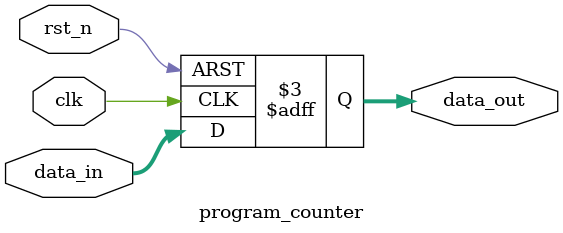
<source format=v>
module program_counter (
    input wire clk,
    input wire rst_n,      // Active low reset
    input wire [31:0] data_in, // Next PC value
    output reg [31:0] data_out // Current PC value
);

    always @(posedge clk or negedge rst_n) begin
        if (!rst_n) begin
            data_out <= 32'h00000000; // Reset address
        end else begin
            data_out <= data_in;
        end
    end

endmodule

</source>
